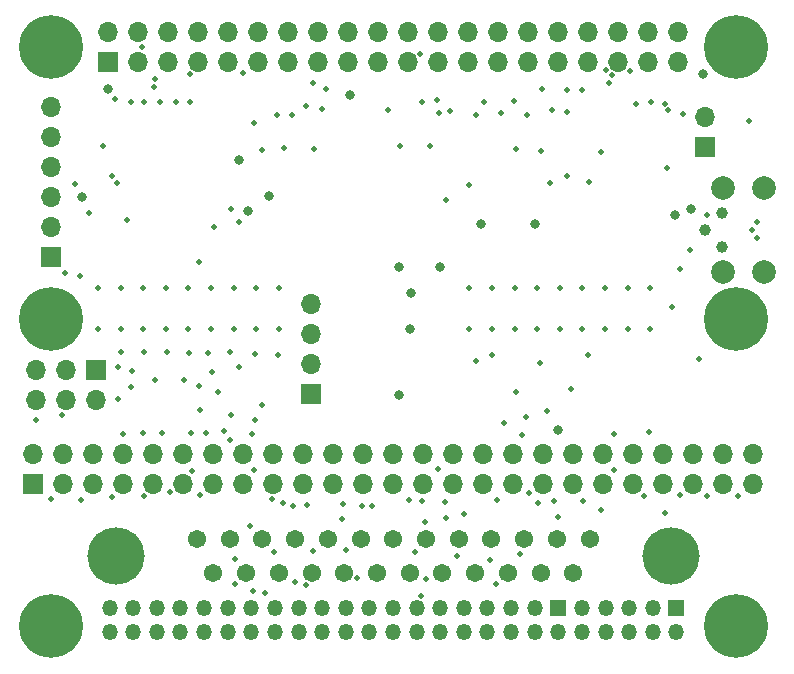
<source format=gbr>
%TF.GenerationSoftware,KiCad,Pcbnew,(6.0.5-0)*%
%TF.CreationDate,2023-01-20T21:15:53-06:00*%
%TF.ProjectId,rascsi_2p6,72617363-7369-45f3-9270-362e6b696361,rev?*%
%TF.SameCoordinates,PX59d60c0PY325aa00*%
%TF.FileFunction,Soldermask,Bot*%
%TF.FilePolarity,Negative*%
%FSLAX46Y46*%
G04 Gerber Fmt 4.6, Leading zero omitted, Abs format (unit mm)*
G04 Created by KiCad (PCBNEW (6.0.5-0)) date 2023-01-20 21:15:53*
%MOMM*%
%LPD*%
G01*
G04 APERTURE LIST*
%ADD10C,0.800000*%
%ADD11C,5.400000*%
%ADD12R,1.700000X1.700000*%
%ADD13O,1.700000X1.700000*%
%ADD14C,2.000000*%
%ADD15R,1.350000X1.350000*%
%ADD16O,1.350000X1.350000*%
%ADD17C,1.545000*%
%ADD18C,4.845000*%
%ADD19C,1.000000*%
%ADD20C,0.500000*%
G04 APERTURE END LIST*
D10*
%TO.C,H1*%
X85825000Y6800000D03*
X82368109Y5368109D03*
X83800000Y8825000D03*
D11*
X83800000Y6800000D03*
D10*
X83800000Y4775000D03*
X85231891Y5368109D03*
X81775000Y6800000D03*
X85231891Y8231891D03*
X82368109Y8231891D03*
%TD*%
%TO.C,H3*%
X83800000Y-18225000D03*
X81775000Y-16200000D03*
X85231891Y-17631891D03*
X82368109Y-14768109D03*
X85231891Y-14768109D03*
D11*
X83800000Y-16200000D03*
D10*
X85825000Y-16200000D03*
X82368109Y-17631891D03*
X83800000Y-14175000D03*
%TD*%
%TO.C,H5*%
X85231891Y-40768109D03*
X83800000Y-44225000D03*
X82368109Y-40768109D03*
X81775000Y-42200000D03*
X85231891Y-43631891D03*
X83800000Y-40175000D03*
X82368109Y-43631891D03*
X85825000Y-42200000D03*
D11*
X83800000Y-42200000D03*
%TD*%
D12*
%TO.C,J4*%
X83810000Y-10980000D03*
D13*
X83810000Y-8440000D03*
X83810000Y-5900000D03*
X83810000Y-3360000D03*
X83810000Y-820000D03*
X83810000Y1720000D03*
%TD*%
D10*
%TO.C,H4*%
X141800000Y-18225000D03*
X140368109Y-17631891D03*
D11*
X141800000Y-16200000D03*
D10*
X143825000Y-16200000D03*
X141800000Y-14175000D03*
X143231891Y-17631891D03*
X143231891Y-14768109D03*
X139775000Y-16200000D03*
X140368109Y-14768109D03*
%TD*%
%TO.C,H6*%
X141800000Y-40175000D03*
X143825000Y-42200000D03*
X140368109Y-43631891D03*
D11*
X141800000Y-42200000D03*
D10*
X141800000Y-44225000D03*
X140368109Y-40768109D03*
X143231891Y-40768109D03*
X143231891Y-43631891D03*
X139775000Y-42200000D03*
%TD*%
%TO.C,H2*%
X143825000Y6800000D03*
X143231891Y5368109D03*
X141800000Y8825000D03*
X140368109Y5368109D03*
D11*
X141800000Y6800000D03*
D10*
X140368109Y8231891D03*
X141800000Y4775000D03*
X143231891Y8231891D03*
X139775000Y6800000D03*
%TD*%
D14*
%TO.C,J8*%
X144155000Y-12235000D03*
X144155000Y-5085000D03*
X140705000Y-5085000D03*
X140705000Y-12235000D03*
%TD*%
D12*
%TO.C,J3*%
X82266500Y-30194500D03*
D13*
X82266500Y-27654500D03*
X84806500Y-30194500D03*
X84806500Y-27654500D03*
X87346500Y-30194500D03*
X87346500Y-27654500D03*
X89886500Y-30194500D03*
X89886500Y-27654500D03*
X92426500Y-30194500D03*
X92426500Y-27654500D03*
X94966500Y-30194500D03*
X94966500Y-27654500D03*
X97506500Y-30194500D03*
X97506500Y-27654500D03*
X100046500Y-30194500D03*
X100046500Y-27654500D03*
X102586500Y-30194500D03*
X102586500Y-27654500D03*
X105126500Y-30194500D03*
X105126500Y-27654500D03*
X107666500Y-30194500D03*
X107666500Y-27654500D03*
X110206500Y-30194500D03*
X110206500Y-27654500D03*
X112746500Y-30194500D03*
X112746500Y-27654500D03*
X115286500Y-30194500D03*
X115286500Y-27654500D03*
X117826500Y-30194500D03*
X117826500Y-27654500D03*
X120366500Y-30194500D03*
X120366500Y-27654500D03*
X122906500Y-30194500D03*
X122906500Y-27654500D03*
X125446500Y-30194500D03*
X125446500Y-27654500D03*
X127986500Y-30194500D03*
X127986500Y-27654500D03*
X130526500Y-30194500D03*
X130526500Y-27654500D03*
X133066500Y-30194500D03*
X133066500Y-27654500D03*
X135606500Y-30194500D03*
X135606500Y-27654500D03*
X138146500Y-30194500D03*
X138146500Y-27654500D03*
X140686500Y-30194500D03*
X140686500Y-27654500D03*
X143226500Y-30194500D03*
X143226500Y-27654500D03*
%TD*%
D15*
%TO.C,J9*%
X136772000Y-40688000D03*
D16*
X136772000Y-42688000D03*
X134772000Y-40688000D03*
X134772000Y-42688000D03*
X132772000Y-40688000D03*
X132772000Y-42688000D03*
X130772000Y-40688000D03*
X130772000Y-42688000D03*
X128772000Y-40688000D03*
X128772000Y-42688000D03*
D15*
X126772000Y-40688000D03*
D16*
X126772000Y-42688000D03*
X124772000Y-40688000D03*
X124772000Y-42688000D03*
X122772000Y-40688000D03*
X122772000Y-42688000D03*
X120772000Y-40688000D03*
X120772000Y-42688000D03*
X118772000Y-40688000D03*
X118772000Y-42688000D03*
X116772000Y-40688000D03*
X116772000Y-42688000D03*
X114772000Y-40688000D03*
X114772000Y-42688000D03*
X112772000Y-40688000D03*
X112772000Y-42688000D03*
X110772000Y-40688000D03*
X110772000Y-42688000D03*
X108772000Y-40688000D03*
X108772000Y-42688000D03*
X106772000Y-40688000D03*
X106772000Y-42688000D03*
X104772000Y-40688000D03*
X104772000Y-42688000D03*
X102772000Y-40688000D03*
X102772000Y-42688000D03*
X100772000Y-40688000D03*
X100772000Y-42688000D03*
X98772000Y-40688000D03*
X98772000Y-42688000D03*
X96772000Y-40688000D03*
X96772000Y-42688000D03*
X94772000Y-40688000D03*
X94772000Y-42688000D03*
X92772000Y-40688000D03*
X92772000Y-42688000D03*
X90772000Y-40688000D03*
X90772000Y-42688000D03*
X88772000Y-40688000D03*
X88772000Y-42688000D03*
%TD*%
D12*
%TO.C,J5*%
X87610000Y-20500000D03*
D13*
X87610000Y-23040000D03*
X85070000Y-20500000D03*
X85070000Y-23040000D03*
X82530000Y-20500000D03*
X82530000Y-23040000D03*
%TD*%
D12*
%TO.C,J20*%
X105870000Y-22580000D03*
D13*
X105870000Y-20040000D03*
X105870000Y-17500000D03*
X105870000Y-14960000D03*
%TD*%
D12*
%TO.C,J1*%
X88670000Y5530000D03*
D13*
X88670000Y8070000D03*
X91210000Y5530000D03*
X91210000Y8070000D03*
X93750000Y5530000D03*
X93750000Y8070000D03*
X96290000Y5530000D03*
X96290000Y8070000D03*
X98830000Y5530000D03*
X98830000Y8070000D03*
X101370000Y5530000D03*
X101370000Y8070000D03*
X103910000Y5530000D03*
X103910000Y8070000D03*
X106450000Y5530000D03*
X106450000Y8070000D03*
X108990000Y5530000D03*
X108990000Y8070000D03*
X111530000Y5530000D03*
X111530000Y8070000D03*
X114070000Y5530000D03*
X114070000Y8070000D03*
X116610000Y5530000D03*
X116610000Y8070000D03*
X119150000Y5530000D03*
X119150000Y8070000D03*
X121690000Y5530000D03*
X121690000Y8070000D03*
X124230000Y5530000D03*
X124230000Y8070000D03*
X126770000Y5530000D03*
X126770000Y8070000D03*
X129310000Y5530000D03*
X129310000Y8070000D03*
X131850000Y5530000D03*
X131850000Y8070000D03*
X134390000Y5530000D03*
X134390000Y8070000D03*
X136930000Y5530000D03*
X136930000Y8070000D03*
%TD*%
D17*
%TO.C,J6*%
X129421600Y-34830000D03*
X126651600Y-34830000D03*
X123881600Y-34830000D03*
X121111600Y-34830000D03*
X118341600Y-34830000D03*
X115571600Y-34830000D03*
X112801600Y-34830000D03*
X110031600Y-34830000D03*
X107261600Y-34830000D03*
X104491600Y-34830000D03*
X101721600Y-34830000D03*
X98951600Y-34830000D03*
X96181600Y-34830000D03*
X128036600Y-37670000D03*
X125266600Y-37670000D03*
X122496600Y-37670000D03*
X119726600Y-37670000D03*
X116956600Y-37670000D03*
X114186600Y-37670000D03*
X111416600Y-37670000D03*
X108646600Y-37670000D03*
X105876600Y-37670000D03*
X103106600Y-37670000D03*
X100336600Y-37670000D03*
X97566600Y-37670000D03*
D18*
X136321600Y-36250000D03*
X89281600Y-36250000D03*
%TD*%
D12*
%TO.C,J2*%
X139226000Y-1683000D03*
D13*
X139226000Y857000D03*
%TD*%
D19*
%TO.C,TP2*%
X139150000Y-8680000D03*
%TD*%
%TO.C,TP3*%
X140650000Y-10110000D03*
%TD*%
%TO.C,TP1*%
X140650000Y-7250000D03*
%TD*%
D20*
X93190000Y-25820000D03*
X139377000Y-7383000D03*
X100990000Y380000D03*
X90210000Y-7800000D03*
X91580000Y-25840000D03*
X131510000Y-25960000D03*
X103000000Y-19270000D03*
X106079000Y-1810000D03*
X89910000Y-25950000D03*
X125330000Y-2000000D03*
X115899999Y-1570001D03*
X96943500Y-25863543D03*
X103539000Y-1746500D03*
X123159259Y-22348500D03*
X101100000Y-19170000D03*
X91660000Y-18990000D03*
D10*
X126750000Y-25640000D03*
D20*
X95640000Y-25870000D03*
X89740000Y-19040000D03*
X98440000Y-25710000D03*
X97620000Y-8440000D03*
D10*
X120234902Y-8196500D03*
D20*
X97150000Y-19070000D03*
X88258000Y-1572000D03*
X136390000Y-15210000D03*
X130422000Y-2080000D03*
X123220000Y-1780000D03*
X93620000Y-19030000D03*
X142910000Y600000D03*
X134470000Y-25740000D03*
X84963500Y-12347757D03*
X113379999Y-1570001D03*
X100820000Y-25900000D03*
X99700000Y-8010000D03*
X101710000Y-1930000D03*
X129406000Y-4620000D03*
X96340000Y-11340000D03*
X123732000Y-26003500D03*
D10*
X139030000Y4550000D03*
D20*
X99000000Y-19040000D03*
X95510000Y-19050000D03*
X89243314Y2464011D03*
D10*
X88616500Y3270000D03*
X136650000Y-7420000D03*
X109120000Y2800000D03*
D20*
X137911162Y-10346458D03*
D10*
X100530000Y-7040000D03*
X99750000Y-2750000D03*
X116780000Y-11780000D03*
X102300000Y-5820000D03*
D20*
X137050000Y-11980000D03*
D10*
X138042000Y-6906000D03*
X124780000Y-8200000D03*
X113320000Y-22680000D03*
X113310000Y-11780000D03*
X86480000Y-5890000D03*
D20*
X95770000Y-29100000D03*
X130419308Y-32414713D03*
X139350000Y-31150000D03*
X96390000Y-23880000D03*
X125821021Y-23991021D03*
X122155477Y-24994523D03*
X128817950Y-31630159D03*
X133993502Y-31150000D03*
X117187010Y-31684832D03*
X124267635Y-30901010D03*
X105394338Y-38713449D03*
X119830000Y-19770000D03*
X115588434Y-38215548D03*
X125240000Y-19890000D03*
X100909837Y-39247077D03*
X135828947Y-32665648D03*
X115235886Y-31652762D03*
X115182000Y-39662031D03*
X121540000Y-31560000D03*
X131502655Y-28977345D03*
X121532000Y-38656000D03*
X99434000Y-38656000D03*
X106038000Y-35862000D03*
X126730000Y-32950000D03*
X118812489Y-32689064D03*
X129270000Y-19290000D03*
X104490326Y-38501086D03*
X121140000Y-19220000D03*
X100644714Y-33758047D03*
X111018510Y-31996010D03*
X109713077Y-38111020D03*
X82530000Y-24780000D03*
X101060000Y-24780000D03*
X83780000Y-31480000D03*
X110120000Y-31996010D03*
X123564000Y-36116000D03*
X99030000Y-24303500D03*
X84744361Y-24303500D03*
X121024000Y-36624000D03*
X108521033Y-31856657D03*
X86370000Y-31530000D03*
X118230000Y-36256511D03*
X89002424Y-31302989D03*
X89490000Y-22980000D03*
X105519686Y-31957742D03*
X97988500Y-22390000D03*
X90561500Y-21985885D03*
X96320000Y-21910000D03*
X117243766Y-33076963D03*
X91693529Y-31178968D03*
X104280000Y-32052000D03*
X103498000Y-31750000D03*
X114608688Y-35948588D03*
X93930504Y-30851957D03*
X114166000Y-31544000D03*
X92600000Y-21370000D03*
X102510000Y-31434946D03*
X96408551Y-31108553D03*
X95050000Y-21380000D03*
X108431070Y-33137679D03*
X90680000Y-20640000D03*
X100973502Y-29027449D03*
X97420000Y-20720000D03*
X108752442Y-35782442D03*
X99431263Y-36493836D03*
X99770000Y-20270000D03*
X89470000Y-20300000D03*
X127882000Y-22146000D03*
X101686769Y-23478251D03*
X125036247Y-31748511D03*
X142000000Y-31220000D03*
X98960000Y-26450000D03*
X137054940Y-31121502D03*
X126371042Y-31585360D03*
X124013022Y-24493022D03*
X101974000Y-39418000D03*
X116610000Y-28880000D03*
X115479033Y-33403489D03*
X102686051Y-35947053D03*
X90611321Y2164500D03*
X92606010Y4116010D03*
X100071557Y4632242D03*
X91728000Y2127000D03*
X92557577Y3472237D03*
X130785361Y4920000D03*
X93051254Y2164500D03*
X94400000Y2140000D03*
X95583143Y2164500D03*
X95579021Y4529977D03*
X102980000Y1110000D03*
X115088942Y6212691D03*
X104230000Y1090000D03*
X105382522Y1860825D03*
X106795066Y1541500D03*
X117596707Y1388500D03*
X132847721Y4815780D03*
X128748500Y3194737D03*
X112370000Y1520000D03*
X120493500Y2127000D03*
X121904492Y1236649D03*
X125375797Y3229285D03*
X107080000Y3280000D03*
X122990000Y2220000D03*
X133387496Y2003496D03*
X134654000Y2127000D03*
X135777207Y2019438D03*
X136064293Y1462010D03*
X105960000Y3740000D03*
X131340387Y4413823D03*
X91550000Y6850000D03*
X130715000Y-17010000D03*
X93537500Y-17010000D03*
X126890000Y-17010000D03*
X101187500Y-17010000D03*
X128802500Y-17010000D03*
X119240000Y-17010000D03*
X121152500Y-17010000D03*
X89712500Y-17010000D03*
X124977500Y-17010000D03*
X99275000Y-17010000D03*
X97362500Y-17010000D03*
D10*
X114180000Y-17010000D03*
D20*
X91625000Y-17010000D03*
X95450000Y-17010000D03*
X103100000Y-17010000D03*
X87800000Y-17010000D03*
X132627500Y-17010000D03*
X134540000Y-17010000D03*
X123065000Y-17010000D03*
D10*
X114300000Y-13970000D03*
D20*
X91625000Y-13560000D03*
X95450000Y-13560000D03*
X99275000Y-13560000D03*
X101187500Y-13560000D03*
X87800000Y-13560000D03*
X97362500Y-13560000D03*
X124977500Y-13560000D03*
X134540000Y-13560000D03*
X119240000Y-13560000D03*
X103100000Y-13560000D03*
X130715000Y-13560000D03*
X121152500Y-13560000D03*
X126890000Y-13560000D03*
X89712500Y-13560000D03*
X123065000Y-13560000D03*
X93537500Y-13560000D03*
X128802500Y-13560000D03*
X132627500Y-13560000D03*
X137340000Y1120000D03*
X131077665Y3803316D03*
X127480000Y3194936D03*
X124093367Y1052134D03*
X116500000Y2300000D03*
X87031937Y-7191937D03*
X117290000Y-6170000D03*
X115190000Y2200000D03*
X116650000Y1260000D03*
X99070000Y-6860000D03*
X89000000Y-4060000D03*
X127490000Y1340000D03*
X127490000Y-4120000D03*
X126230000Y1480000D03*
X89443897Y-4723228D03*
X86291500Y-12552367D03*
X126030000Y-4700000D03*
X85850000Y-4790000D03*
X119200000Y-4891500D03*
X119790000Y1074500D03*
X143577990Y-8020000D03*
X143201287Y-8646949D03*
X143577990Y-9320000D03*
X138670000Y-19600000D03*
X135983368Y-3393368D03*
M02*

</source>
